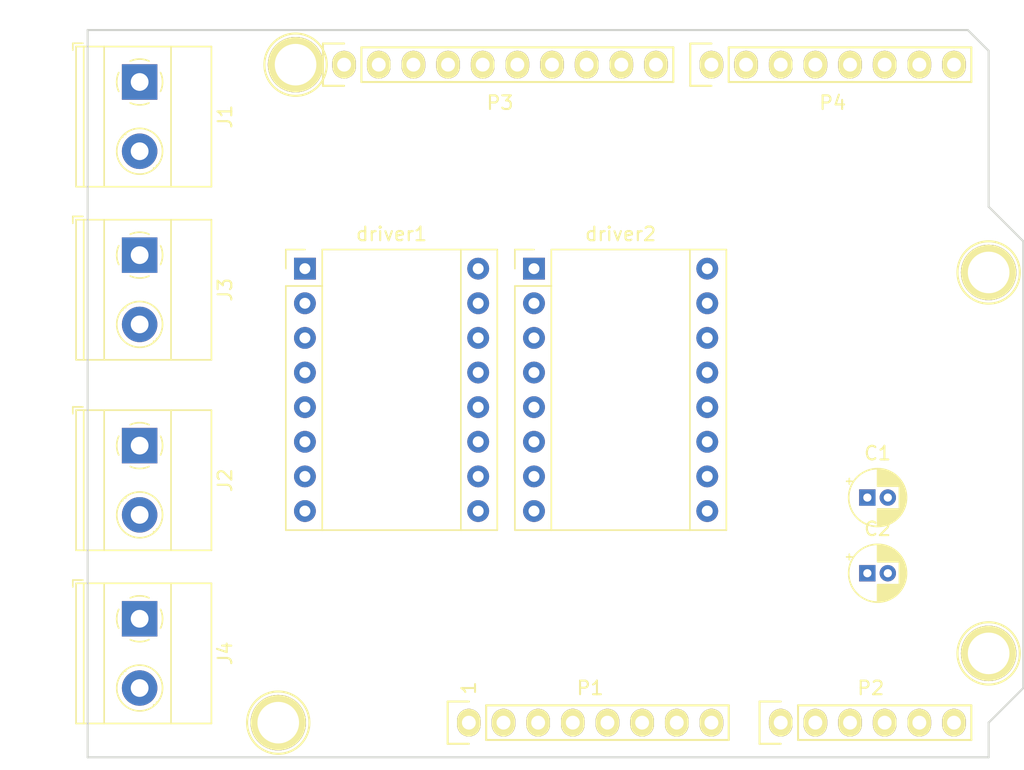
<source format=kicad_pcb>
(kicad_pcb (version 20171130) (host pcbnew "(5.1.8)-1")

  (general
    (thickness 1.6)
    (drawings 27)
    (tracks 0)
    (zones 0)
    (modules 16)
    (nets 51)
  )

  (page A4)
  (title_block
    (date "lun. 30 mars 2015")
  )

  (layers
    (0 F.Cu signal)
    (31 B.Cu signal)
    (32 B.Adhes user)
    (33 F.Adhes user)
    (34 B.Paste user)
    (35 F.Paste user)
    (36 B.SilkS user)
    (37 F.SilkS user)
    (38 B.Mask user)
    (39 F.Mask user)
    (40 Dwgs.User user)
    (41 Cmts.User user)
    (42 Eco1.User user)
    (43 Eco2.User user)
    (44 Edge.Cuts user)
    (45 Margin user)
    (46 B.CrtYd user)
    (47 F.CrtYd user)
    (48 B.Fab user)
    (49 F.Fab user)
  )

  (setup
    (last_trace_width 0.25)
    (trace_clearance 0.2)
    (zone_clearance 0.508)
    (zone_45_only no)
    (trace_min 0.2)
    (via_size 0.6)
    (via_drill 0.4)
    (via_min_size 0.4)
    (via_min_drill 0.3)
    (uvia_size 0.3)
    (uvia_drill 0.1)
    (uvias_allowed no)
    (uvia_min_size 0.2)
    (uvia_min_drill 0.1)
    (edge_width 0.15)
    (segment_width 0.15)
    (pcb_text_width 0.3)
    (pcb_text_size 1.5 1.5)
    (mod_edge_width 0.15)
    (mod_text_size 1 1)
    (mod_text_width 0.15)
    (pad_size 4.064 4.064)
    (pad_drill 3.048)
    (pad_to_mask_clearance 0)
    (aux_axis_origin 110.998 126.365)
    (grid_origin 110.998 126.365)
    (visible_elements 7FFFFFFF)
    (pcbplotparams
      (layerselection 0x00030_80000001)
      (usegerberextensions false)
      (usegerberattributes true)
      (usegerberadvancedattributes true)
      (creategerberjobfile true)
      (excludeedgelayer true)
      (linewidth 0.100000)
      (plotframeref false)
      (viasonmask false)
      (mode 1)
      (useauxorigin false)
      (hpglpennumber 1)
      (hpglpenspeed 20)
      (hpglpendiameter 15.000000)
      (psnegative false)
      (psa4output false)
      (plotreference true)
      (plotvalue true)
      (plotinvisibletext false)
      (padsonsilk false)
      (subtractmaskfromsilk false)
      (outputformat 1)
      (mirror false)
      (drillshape 1)
      (scaleselection 1)
      (outputdirectory ""))
  )

  (net 0 "")
  (net 1 /IOREF)
  (net 2 /Reset)
  (net 3 +5V)
  (net 4 GND)
  (net 5 /Vin)
  (net 6 /A0)
  (net 7 /A1)
  (net 8 /A2)
  (net 9 /A3)
  (net 10 /AREF)
  (net 11 "/A4(SDA)")
  (net 12 "/A5(SCL)")
  (net 13 "/9(**)")
  (net 14 /8)
  (net 15 /7)
  (net 16 "/6(**)")
  (net 17 "/5(**)")
  (net 18 /4)
  (net 19 "/3(**)")
  (net 20 /2)
  (net 21 "/1(Tx)")
  (net 22 "/0(Rx)")
  (net 23 "Net-(P5-Pad1)")
  (net 24 "Net-(P6-Pad1)")
  (net 25 "Net-(P7-Pad1)")
  (net 26 "Net-(P8-Pad1)")
  (net 27 "/13(SCK)")
  (net 28 "/10(**/SS)")
  (net 29 "Net-(P1-Pad1)")
  (net 30 +3V3)
  (net 31 "/12(MISO)")
  (net 32 "/11(**/MOSI)")
  (net 33 "Net-(driver1-Pad12)")
  (net 34 "Net-(J2-Pad1)")
  (net 35 "Net-(driver1-Pad11)")
  (net 36 "Net-(J2-Pad2)")
  (net 37 "Net-(driver1-Pad10)")
  (net 38 "Net-(driver1-Pad2)")
  (net 39 "Net-(driver1-Pad9)")
  (net 40 "Net-(driver2-Pad12)")
  (net 41 "Net-(J1-Pad1)")
  (net 42 "Net-(driver2-Pad11)")
  (net 43 "Net-(J1-Pad2)")
  (net 44 "Net-(driver2-Pad10)")
  (net 45 "Net-(driver2-Pad2)")
  (net 46 "Net-(driver2-Pad9)")
  (net 47 "Net-(J3-Pad2)")
  (net 48 "Net-(J3-Pad1)")
  (net 49 "Net-(J4-Pad1)")
  (net 50 "Net-(J4-Pad2)")

  (net_class Default "This is the default net class."
    (clearance 0.2)
    (trace_width 0.25)
    (via_dia 0.6)
    (via_drill 0.4)
    (uvia_dia 0.3)
    (uvia_drill 0.1)
    (add_net +3V3)
    (add_net +5V)
    (add_net "/0(Rx)")
    (add_net "/1(Tx)")
    (add_net "/10(**/SS)")
    (add_net "/11(**/MOSI)")
    (add_net "/12(MISO)")
    (add_net "/13(SCK)")
    (add_net /2)
    (add_net "/3(**)")
    (add_net /4)
    (add_net "/5(**)")
    (add_net "/6(**)")
    (add_net /7)
    (add_net /8)
    (add_net "/9(**)")
    (add_net /A0)
    (add_net /A1)
    (add_net /A2)
    (add_net /A3)
    (add_net "/A4(SDA)")
    (add_net "/A5(SCL)")
    (add_net /AREF)
    (add_net /IOREF)
    (add_net /Reset)
    (add_net /Vin)
    (add_net GND)
    (add_net "Net-(J1-Pad1)")
    (add_net "Net-(J1-Pad2)")
    (add_net "Net-(J2-Pad1)")
    (add_net "Net-(J2-Pad2)")
    (add_net "Net-(J3-Pad1)")
    (add_net "Net-(J3-Pad2)")
    (add_net "Net-(J4-Pad1)")
    (add_net "Net-(J4-Pad2)")
    (add_net "Net-(P1-Pad1)")
    (add_net "Net-(P5-Pad1)")
    (add_net "Net-(P6-Pad1)")
    (add_net "Net-(P7-Pad1)")
    (add_net "Net-(P8-Pad1)")
    (add_net "Net-(driver1-Pad10)")
    (add_net "Net-(driver1-Pad11)")
    (add_net "Net-(driver1-Pad12)")
    (add_net "Net-(driver1-Pad2)")
    (add_net "Net-(driver1-Pad9)")
    (add_net "Net-(driver2-Pad10)")
    (add_net "Net-(driver2-Pad11)")
    (add_net "Net-(driver2-Pad12)")
    (add_net "Net-(driver2-Pad2)")
    (add_net "Net-(driver2-Pad9)")
  )

  (module TerminalBlock_Phoenix:TerminalBlock_Phoenix_MKDS-1,5-2-5.08_1x02_P5.08mm_Horizontal (layer F.Cu) (tedit 5B294EBC) (tstamp 5FB810BC)
    (at 114.808 116.205 270)
    (descr "Terminal Block Phoenix MKDS-1,5-2-5.08, 2 pins, pitch 5.08mm, size 10.2x9.8mm^2, drill diamater 1.3mm, pad diameter 2.6mm, see http://www.farnell.com/datasheets/100425.pdf, script-generated using https://github.com/pointhi/kicad-footprint-generator/scripts/TerminalBlock_Phoenix")
    (tags "THT Terminal Block Phoenix MKDS-1,5-2-5.08 pitch 5.08mm size 10.2x9.8mm^2 drill 1.3mm pad 2.6mm")
    (path /5FC3AA02)
    (fp_text reference J4 (at 2.54 -6.26 90) (layer F.SilkS)
      (effects (font (size 1 1) (thickness 0.15)))
    )
    (fp_text value Screw_Terminal_01x02 (at 2.54 5.66 90) (layer F.Fab)
      (effects (font (size 1 1) (thickness 0.15)))
    )
    (fp_line (start 8.13 -5.71) (end -3.04 -5.71) (layer F.CrtYd) (width 0.05))
    (fp_line (start 8.13 5.1) (end 8.13 -5.71) (layer F.CrtYd) (width 0.05))
    (fp_line (start -3.04 5.1) (end 8.13 5.1) (layer F.CrtYd) (width 0.05))
    (fp_line (start -3.04 -5.71) (end -3.04 5.1) (layer F.CrtYd) (width 0.05))
    (fp_line (start -2.84 4.9) (end -2.34 4.9) (layer F.SilkS) (width 0.12))
    (fp_line (start -2.84 4.16) (end -2.84 4.9) (layer F.SilkS) (width 0.12))
    (fp_line (start 3.853 1.023) (end 3.806 1.069) (layer F.SilkS) (width 0.12))
    (fp_line (start 6.15 -1.275) (end 6.115 -1.239) (layer F.SilkS) (width 0.12))
    (fp_line (start 4.046 1.239) (end 4.011 1.274) (layer F.SilkS) (width 0.12))
    (fp_line (start 6.355 -1.069) (end 6.308 -1.023) (layer F.SilkS) (width 0.12))
    (fp_line (start 6.035 -1.138) (end 3.943 0.955) (layer F.Fab) (width 0.1))
    (fp_line (start 6.218 -0.955) (end 4.126 1.138) (layer F.Fab) (width 0.1))
    (fp_line (start 0.955 -1.138) (end -1.138 0.955) (layer F.Fab) (width 0.1))
    (fp_line (start 1.138 -0.955) (end -0.955 1.138) (layer F.Fab) (width 0.1))
    (fp_line (start 7.68 -5.261) (end 7.68 4.66) (layer F.SilkS) (width 0.12))
    (fp_line (start -2.6 -5.261) (end -2.6 4.66) (layer F.SilkS) (width 0.12))
    (fp_line (start -2.6 4.66) (end 7.68 4.66) (layer F.SilkS) (width 0.12))
    (fp_line (start -2.6 -5.261) (end 7.68 -5.261) (layer F.SilkS) (width 0.12))
    (fp_line (start -2.6 -2.301) (end 7.68 -2.301) (layer F.SilkS) (width 0.12))
    (fp_line (start -2.54 -2.3) (end 7.62 -2.3) (layer F.Fab) (width 0.1))
    (fp_line (start -2.6 2.6) (end 7.68 2.6) (layer F.SilkS) (width 0.12))
    (fp_line (start -2.54 2.6) (end 7.62 2.6) (layer F.Fab) (width 0.1))
    (fp_line (start -2.6 4.1) (end 7.68 4.1) (layer F.SilkS) (width 0.12))
    (fp_line (start -2.54 4.1) (end 7.62 4.1) (layer F.Fab) (width 0.1))
    (fp_line (start -2.54 4.1) (end -2.54 -5.2) (layer F.Fab) (width 0.1))
    (fp_line (start -2.04 4.6) (end -2.54 4.1) (layer F.Fab) (width 0.1))
    (fp_line (start 7.62 4.6) (end -2.04 4.6) (layer F.Fab) (width 0.1))
    (fp_line (start 7.62 -5.2) (end 7.62 4.6) (layer F.Fab) (width 0.1))
    (fp_line (start -2.54 -5.2) (end 7.62 -5.2) (layer F.Fab) (width 0.1))
    (fp_circle (center 5.08 0) (end 6.76 0) (layer F.SilkS) (width 0.12))
    (fp_circle (center 5.08 0) (end 6.58 0) (layer F.Fab) (width 0.1))
    (fp_circle (center 0 0) (end 1.5 0) (layer F.Fab) (width 0.1))
    (fp_text user %R (at 2.54 3.2 90) (layer F.Fab)
      (effects (font (size 1 1) (thickness 0.15)))
    )
    (fp_arc (start 0 0) (end -0.684 1.535) (angle -25) (layer F.SilkS) (width 0.12))
    (fp_arc (start 0 0) (end -1.535 -0.684) (angle -48) (layer F.SilkS) (width 0.12))
    (fp_arc (start 0 0) (end 0.684 -1.535) (angle -48) (layer F.SilkS) (width 0.12))
    (fp_arc (start 0 0) (end 1.535 0.684) (angle -48) (layer F.SilkS) (width 0.12))
    (fp_arc (start 0 0) (end 0 1.68) (angle -24) (layer F.SilkS) (width 0.12))
    (pad 2 thru_hole circle (at 5.08 0 270) (size 2.6 2.6) (drill 1.3) (layers *.Cu *.Mask)
      (net 50 "Net-(J4-Pad2)"))
    (pad 1 thru_hole rect (at 0 0 270) (size 2.6 2.6) (drill 1.3) (layers *.Cu *.Mask)
      (net 49 "Net-(J4-Pad1)"))
    (model ${KISYS3DMOD}/TerminalBlock_Phoenix.3dshapes/TerminalBlock_Phoenix_MKDS-1,5-2-5.08_1x02_P5.08mm_Horizontal.wrl
      (at (xyz 0 0 0))
      (scale (xyz 1 1 1))
      (rotate (xyz 0 0 0))
    )
  )

  (module TerminalBlock_Phoenix:TerminalBlock_Phoenix_MKDS-1,5-2-5.08_1x02_P5.08mm_Horizontal (layer F.Cu) (tedit 5B294EBC) (tstamp 5FB81090)
    (at 114.808 89.535 270)
    (descr "Terminal Block Phoenix MKDS-1,5-2-5.08, 2 pins, pitch 5.08mm, size 10.2x9.8mm^2, drill diamater 1.3mm, pad diameter 2.6mm, see http://www.farnell.com/datasheets/100425.pdf, script-generated using https://github.com/pointhi/kicad-footprint-generator/scripts/TerminalBlock_Phoenix")
    (tags "THT Terminal Block Phoenix MKDS-1,5-2-5.08 pitch 5.08mm size 10.2x9.8mm^2 drill 1.3mm pad 2.6mm")
    (path /5FC00373)
    (fp_text reference J3 (at 2.54 -6.26 90) (layer F.SilkS)
      (effects (font (size 1 1) (thickness 0.15)))
    )
    (fp_text value Screw_Terminal_01x02 (at 2.54 5.66 90) (layer F.Fab)
      (effects (font (size 1 1) (thickness 0.15)))
    )
    (fp_line (start 8.13 -5.71) (end -3.04 -5.71) (layer F.CrtYd) (width 0.05))
    (fp_line (start 8.13 5.1) (end 8.13 -5.71) (layer F.CrtYd) (width 0.05))
    (fp_line (start -3.04 5.1) (end 8.13 5.1) (layer F.CrtYd) (width 0.05))
    (fp_line (start -3.04 -5.71) (end -3.04 5.1) (layer F.CrtYd) (width 0.05))
    (fp_line (start -2.84 4.9) (end -2.34 4.9) (layer F.SilkS) (width 0.12))
    (fp_line (start -2.84 4.16) (end -2.84 4.9) (layer F.SilkS) (width 0.12))
    (fp_line (start 3.853 1.023) (end 3.806 1.069) (layer F.SilkS) (width 0.12))
    (fp_line (start 6.15 -1.275) (end 6.115 -1.239) (layer F.SilkS) (width 0.12))
    (fp_line (start 4.046 1.239) (end 4.011 1.274) (layer F.SilkS) (width 0.12))
    (fp_line (start 6.355 -1.069) (end 6.308 -1.023) (layer F.SilkS) (width 0.12))
    (fp_line (start 6.035 -1.138) (end 3.943 0.955) (layer F.Fab) (width 0.1))
    (fp_line (start 6.218 -0.955) (end 4.126 1.138) (layer F.Fab) (width 0.1))
    (fp_line (start 0.955 -1.138) (end -1.138 0.955) (layer F.Fab) (width 0.1))
    (fp_line (start 1.138 -0.955) (end -0.955 1.138) (layer F.Fab) (width 0.1))
    (fp_line (start 7.68 -5.261) (end 7.68 4.66) (layer F.SilkS) (width 0.12))
    (fp_line (start -2.6 -5.261) (end -2.6 4.66) (layer F.SilkS) (width 0.12))
    (fp_line (start -2.6 4.66) (end 7.68 4.66) (layer F.SilkS) (width 0.12))
    (fp_line (start -2.6 -5.261) (end 7.68 -5.261) (layer F.SilkS) (width 0.12))
    (fp_line (start -2.6 -2.301) (end 7.68 -2.301) (layer F.SilkS) (width 0.12))
    (fp_line (start -2.54 -2.3) (end 7.62 -2.3) (layer F.Fab) (width 0.1))
    (fp_line (start -2.6 2.6) (end 7.68 2.6) (layer F.SilkS) (width 0.12))
    (fp_line (start -2.54 2.6) (end 7.62 2.6) (layer F.Fab) (width 0.1))
    (fp_line (start -2.6 4.1) (end 7.68 4.1) (layer F.SilkS) (width 0.12))
    (fp_line (start -2.54 4.1) (end 7.62 4.1) (layer F.Fab) (width 0.1))
    (fp_line (start -2.54 4.1) (end -2.54 -5.2) (layer F.Fab) (width 0.1))
    (fp_line (start -2.04 4.6) (end -2.54 4.1) (layer F.Fab) (width 0.1))
    (fp_line (start 7.62 4.6) (end -2.04 4.6) (layer F.Fab) (width 0.1))
    (fp_line (start 7.62 -5.2) (end 7.62 4.6) (layer F.Fab) (width 0.1))
    (fp_line (start -2.54 -5.2) (end 7.62 -5.2) (layer F.Fab) (width 0.1))
    (fp_circle (center 5.08 0) (end 6.76 0) (layer F.SilkS) (width 0.12))
    (fp_circle (center 5.08 0) (end 6.58 0) (layer F.Fab) (width 0.1))
    (fp_circle (center 0 0) (end 1.5 0) (layer F.Fab) (width 0.1))
    (fp_text user %R (at 2.54 3.2 90) (layer F.Fab)
      (effects (font (size 1 1) (thickness 0.15)))
    )
    (fp_arc (start 0 0) (end -0.684 1.535) (angle -25) (layer F.SilkS) (width 0.12))
    (fp_arc (start 0 0) (end -1.535 -0.684) (angle -48) (layer F.SilkS) (width 0.12))
    (fp_arc (start 0 0) (end 0.684 -1.535) (angle -48) (layer F.SilkS) (width 0.12))
    (fp_arc (start 0 0) (end 1.535 0.684) (angle -48) (layer F.SilkS) (width 0.12))
    (fp_arc (start 0 0) (end 0 1.68) (angle -24) (layer F.SilkS) (width 0.12))
    (pad 2 thru_hole circle (at 5.08 0 270) (size 2.6 2.6) (drill 1.3) (layers *.Cu *.Mask)
      (net 47 "Net-(J3-Pad2)"))
    (pad 1 thru_hole rect (at 0 0 270) (size 2.6 2.6) (drill 1.3) (layers *.Cu *.Mask)
      (net 48 "Net-(J3-Pad1)"))
    (model ${KISYS3DMOD}/TerminalBlock_Phoenix.3dshapes/TerminalBlock_Phoenix_MKDS-1,5-2-5.08_1x02_P5.08mm_Horizontal.wrl
      (at (xyz 0 0 0))
      (scale (xyz 1 1 1))
      (rotate (xyz 0 0 0))
    )
  )

  (module TerminalBlock_Phoenix:TerminalBlock_Phoenix_MKDS-1,5-2-5.08_1x02_P5.08mm_Horizontal (layer F.Cu) (tedit 5B294EBC) (tstamp 5FB81064)
    (at 114.808 103.505 270)
    (descr "Terminal Block Phoenix MKDS-1,5-2-5.08, 2 pins, pitch 5.08mm, size 10.2x9.8mm^2, drill diamater 1.3mm, pad diameter 2.6mm, see http://www.farnell.com/datasheets/100425.pdf, script-generated using https://github.com/pointhi/kicad-footprint-generator/scripts/TerminalBlock_Phoenix")
    (tags "THT Terminal Block Phoenix MKDS-1,5-2-5.08 pitch 5.08mm size 10.2x9.8mm^2 drill 1.3mm pad 2.6mm")
    (path /5FC3A9FC)
    (fp_text reference J2 (at 2.54 -6.26 90) (layer F.SilkS)
      (effects (font (size 1 1) (thickness 0.15)))
    )
    (fp_text value Screw_Terminal_01x02 (at 2.54 5.66 90) (layer F.Fab)
      (effects (font (size 1 1) (thickness 0.15)))
    )
    (fp_line (start 8.13 -5.71) (end -3.04 -5.71) (layer F.CrtYd) (width 0.05))
    (fp_line (start 8.13 5.1) (end 8.13 -5.71) (layer F.CrtYd) (width 0.05))
    (fp_line (start -3.04 5.1) (end 8.13 5.1) (layer F.CrtYd) (width 0.05))
    (fp_line (start -3.04 -5.71) (end -3.04 5.1) (layer F.CrtYd) (width 0.05))
    (fp_line (start -2.84 4.9) (end -2.34 4.9) (layer F.SilkS) (width 0.12))
    (fp_line (start -2.84 4.16) (end -2.84 4.9) (layer F.SilkS) (width 0.12))
    (fp_line (start 3.853 1.023) (end 3.806 1.069) (layer F.SilkS) (width 0.12))
    (fp_line (start 6.15 -1.275) (end 6.115 -1.239) (layer F.SilkS) (width 0.12))
    (fp_line (start 4.046 1.239) (end 4.011 1.274) (layer F.SilkS) (width 0.12))
    (fp_line (start 6.355 -1.069) (end 6.308 -1.023) (layer F.SilkS) (width 0.12))
    (fp_line (start 6.035 -1.138) (end 3.943 0.955) (layer F.Fab) (width 0.1))
    (fp_line (start 6.218 -0.955) (end 4.126 1.138) (layer F.Fab) (width 0.1))
    (fp_line (start 0.955 -1.138) (end -1.138 0.955) (layer F.Fab) (width 0.1))
    (fp_line (start 1.138 -0.955) (end -0.955 1.138) (layer F.Fab) (width 0.1))
    (fp_line (start 7.68 -5.261) (end 7.68 4.66) (layer F.SilkS) (width 0.12))
    (fp_line (start -2.6 -5.261) (end -2.6 4.66) (layer F.SilkS) (width 0.12))
    (fp_line (start -2.6 4.66) (end 7.68 4.66) (layer F.SilkS) (width 0.12))
    (fp_line (start -2.6 -5.261) (end 7.68 -5.261) (layer F.SilkS) (width 0.12))
    (fp_line (start -2.6 -2.301) (end 7.68 -2.301) (layer F.SilkS) (width 0.12))
    (fp_line (start -2.54 -2.3) (end 7.62 -2.3) (layer F.Fab) (width 0.1))
    (fp_line (start -2.6 2.6) (end 7.68 2.6) (layer F.SilkS) (width 0.12))
    (fp_line (start -2.54 2.6) (end 7.62 2.6) (layer F.Fab) (width 0.1))
    (fp_line (start -2.6 4.1) (end 7.68 4.1) (layer F.SilkS) (width 0.12))
    (fp_line (start -2.54 4.1) (end 7.62 4.1) (layer F.Fab) (width 0.1))
    (fp_line (start -2.54 4.1) (end -2.54 -5.2) (layer F.Fab) (width 0.1))
    (fp_line (start -2.04 4.6) (end -2.54 4.1) (layer F.Fab) (width 0.1))
    (fp_line (start 7.62 4.6) (end -2.04 4.6) (layer F.Fab) (width 0.1))
    (fp_line (start 7.62 -5.2) (end 7.62 4.6) (layer F.Fab) (width 0.1))
    (fp_line (start -2.54 -5.2) (end 7.62 -5.2) (layer F.Fab) (width 0.1))
    (fp_circle (center 5.08 0) (end 6.76 0) (layer F.SilkS) (width 0.12))
    (fp_circle (center 5.08 0) (end 6.58 0) (layer F.Fab) (width 0.1))
    (fp_circle (center 0 0) (end 1.5 0) (layer F.Fab) (width 0.1))
    (fp_text user %R (at 2.54 3.2 90) (layer F.Fab)
      (effects (font (size 1 1) (thickness 0.15)))
    )
    (fp_arc (start 0 0) (end -0.684 1.535) (angle -25) (layer F.SilkS) (width 0.12))
    (fp_arc (start 0 0) (end -1.535 -0.684) (angle -48) (layer F.SilkS) (width 0.12))
    (fp_arc (start 0 0) (end 0.684 -1.535) (angle -48) (layer F.SilkS) (width 0.12))
    (fp_arc (start 0 0) (end 1.535 0.684) (angle -48) (layer F.SilkS) (width 0.12))
    (fp_arc (start 0 0) (end 0 1.68) (angle -24) (layer F.SilkS) (width 0.12))
    (pad 2 thru_hole circle (at 5.08 0 270) (size 2.6 2.6) (drill 1.3) (layers *.Cu *.Mask)
      (net 36 "Net-(J2-Pad2)"))
    (pad 1 thru_hole rect (at 0 0 270) (size 2.6 2.6) (drill 1.3) (layers *.Cu *.Mask)
      (net 34 "Net-(J2-Pad1)"))
    (model ${KISYS3DMOD}/TerminalBlock_Phoenix.3dshapes/TerminalBlock_Phoenix_MKDS-1,5-2-5.08_1x02_P5.08mm_Horizontal.wrl
      (at (xyz 0 0 0))
      (scale (xyz 1 1 1))
      (rotate (xyz 0 0 0))
    )
  )

  (module TerminalBlock_Phoenix:TerminalBlock_Phoenix_MKDS-1,5-2-5.08_1x02_P5.08mm_Horizontal (layer F.Cu) (tedit 5B294EBC) (tstamp 5FB81038)
    (at 114.808 76.835 270)
    (descr "Terminal Block Phoenix MKDS-1,5-2-5.08, 2 pins, pitch 5.08mm, size 10.2x9.8mm^2, drill diamater 1.3mm, pad diameter 2.6mm, see http://www.farnell.com/datasheets/100425.pdf, script-generated using https://github.com/pointhi/kicad-footprint-generator/scripts/TerminalBlock_Phoenix")
    (tags "THT Terminal Block Phoenix MKDS-1,5-2-5.08 pitch 5.08mm size 10.2x9.8mm^2 drill 1.3mm pad 2.6mm")
    (path /5FC3734A)
    (fp_text reference J1 (at 2.54 -6.26 90) (layer F.SilkS)
      (effects (font (size 1 1) (thickness 0.15)))
    )
    (fp_text value Screw_Terminal_01x02 (at 2.54 5.66 90) (layer F.Fab)
      (effects (font (size 1 1) (thickness 0.15)))
    )
    (fp_line (start 8.13 -5.71) (end -3.04 -5.71) (layer F.CrtYd) (width 0.05))
    (fp_line (start 8.13 5.1) (end 8.13 -5.71) (layer F.CrtYd) (width 0.05))
    (fp_line (start -3.04 5.1) (end 8.13 5.1) (layer F.CrtYd) (width 0.05))
    (fp_line (start -3.04 -5.71) (end -3.04 5.1) (layer F.CrtYd) (width 0.05))
    (fp_line (start -2.84 4.9) (end -2.34 4.9) (layer F.SilkS) (width 0.12))
    (fp_line (start -2.84 4.16) (end -2.84 4.9) (layer F.SilkS) (width 0.12))
    (fp_line (start 3.853 1.023) (end 3.806 1.069) (layer F.SilkS) (width 0.12))
    (fp_line (start 6.15 -1.275) (end 6.115 -1.239) (layer F.SilkS) (width 0.12))
    (fp_line (start 4.046 1.239) (end 4.011 1.274) (layer F.SilkS) (width 0.12))
    (fp_line (start 6.355 -1.069) (end 6.308 -1.023) (layer F.SilkS) (width 0.12))
    (fp_line (start 6.035 -1.138) (end 3.943 0.955) (layer F.Fab) (width 0.1))
    (fp_line (start 6.218 -0.955) (end 4.126 1.138) (layer F.Fab) (width 0.1))
    (fp_line (start 0.955 -1.138) (end -1.138 0.955) (layer F.Fab) (width 0.1))
    (fp_line (start 1.138 -0.955) (end -0.955 1.138) (layer F.Fab) (width 0.1))
    (fp_line (start 7.68 -5.261) (end 7.68 4.66) (layer F.SilkS) (width 0.12))
    (fp_line (start -2.6 -5.261) (end -2.6 4.66) (layer F.SilkS) (width 0.12))
    (fp_line (start -2.6 4.66) (end 7.68 4.66) (layer F.SilkS) (width 0.12))
    (fp_line (start -2.6 -5.261) (end 7.68 -5.261) (layer F.SilkS) (width 0.12))
    (fp_line (start -2.6 -2.301) (end 7.68 -2.301) (layer F.SilkS) (width 0.12))
    (fp_line (start -2.54 -2.3) (end 7.62 -2.3) (layer F.Fab) (width 0.1))
    (fp_line (start -2.6 2.6) (end 7.68 2.6) (layer F.SilkS) (width 0.12))
    (fp_line (start -2.54 2.6) (end 7.62 2.6) (layer F.Fab) (width 0.1))
    (fp_line (start -2.6 4.1) (end 7.68 4.1) (layer F.SilkS) (width 0.12))
    (fp_line (start -2.54 4.1) (end 7.62 4.1) (layer F.Fab) (width 0.1))
    (fp_line (start -2.54 4.1) (end -2.54 -5.2) (layer F.Fab) (width 0.1))
    (fp_line (start -2.04 4.6) (end -2.54 4.1) (layer F.Fab) (width 0.1))
    (fp_line (start 7.62 4.6) (end -2.04 4.6) (layer F.Fab) (width 0.1))
    (fp_line (start 7.62 -5.2) (end 7.62 4.6) (layer F.Fab) (width 0.1))
    (fp_line (start -2.54 -5.2) (end 7.62 -5.2) (layer F.Fab) (width 0.1))
    (fp_circle (center 5.08 0) (end 6.76 0) (layer F.SilkS) (width 0.12))
    (fp_circle (center 5.08 0) (end 6.58 0) (layer F.Fab) (width 0.1))
    (fp_circle (center 0 0) (end 1.5 0) (layer F.Fab) (width 0.1))
    (fp_text user %R (at 2.54 3.2 90) (layer F.Fab)
      (effects (font (size 1 1) (thickness 0.15)))
    )
    (fp_arc (start 0 0) (end -0.684 1.535) (angle -25) (layer F.SilkS) (width 0.12))
    (fp_arc (start 0 0) (end -1.535 -0.684) (angle -48) (layer F.SilkS) (width 0.12))
    (fp_arc (start 0 0) (end 0.684 -1.535) (angle -48) (layer F.SilkS) (width 0.12))
    (fp_arc (start 0 0) (end 1.535 0.684) (angle -48) (layer F.SilkS) (width 0.12))
    (fp_arc (start 0 0) (end 0 1.68) (angle -24) (layer F.SilkS) (width 0.12))
    (pad 2 thru_hole circle (at 5.08 0 270) (size 2.6 2.6) (drill 1.3) (layers *.Cu *.Mask)
      (net 43 "Net-(J1-Pad2)"))
    (pad 1 thru_hole rect (at 0 0 270) (size 2.6 2.6) (drill 1.3) (layers *.Cu *.Mask)
      (net 41 "Net-(J1-Pad1)"))
    (model ${KISYS3DMOD}/TerminalBlock_Phoenix.3dshapes/TerminalBlock_Phoenix_MKDS-1,5-2-5.08_1x02_P5.08mm_Horizontal.wrl
      (at (xyz 0 0 0))
      (scale (xyz 1 1 1))
      (rotate (xyz 0 0 0))
    )
  )

  (module Module:Pololu_Breakout-16_15.2x20.3mm (layer F.Cu) (tedit 58AB602C) (tstamp 5FB796F9)
    (at 143.713199 90.525)
    (descr "Pololu Breakout 16-pin 15.2x20.3mm 0.6x0.8\\")
    (tags "Pololu Breakout")
    (path /5FB6CB57)
    (fp_text reference driver2 (at 6.35 -2.54) (layer F.SilkS)
      (effects (font (size 1 1) (thickness 0.15)))
    )
    (fp_text value Pololu_Breakout_DRV8825 (at 6.35 20.17) (layer F.Fab)
      (effects (font (size 1 1) (thickness 0.15)))
    )
    (fp_line (start 11.43 -1.4) (end 11.43 19.18) (layer F.SilkS) (width 0.12))
    (fp_line (start 1.27 1.27) (end 1.27 19.18) (layer F.SilkS) (width 0.12))
    (fp_line (start 0 -1.4) (end -1.4 -1.4) (layer F.SilkS) (width 0.12))
    (fp_line (start -1.4 -1.4) (end -1.4 0) (layer F.SilkS) (width 0.12))
    (fp_line (start 1.27 -1.4) (end 1.27 1.27) (layer F.SilkS) (width 0.12))
    (fp_line (start 1.27 1.27) (end -1.4 1.27) (layer F.SilkS) (width 0.12))
    (fp_line (start -1.4 1.27) (end -1.4 19.18) (layer F.SilkS) (width 0.12))
    (fp_line (start -1.4 19.18) (end 14.1 19.18) (layer F.SilkS) (width 0.12))
    (fp_line (start 14.1 19.18) (end 14.1 -1.4) (layer F.SilkS) (width 0.12))
    (fp_line (start 14.1 -1.4) (end 1.27 -1.4) (layer F.SilkS) (width 0.12))
    (fp_line (start -1.27 0) (end 0 -1.27) (layer F.Fab) (width 0.1))
    (fp_line (start 0 -1.27) (end 13.97 -1.27) (layer F.Fab) (width 0.1))
    (fp_line (start 13.97 -1.27) (end 13.97 19.05) (layer F.Fab) (width 0.1))
    (fp_line (start 13.97 19.05) (end -1.27 19.05) (layer F.Fab) (width 0.1))
    (fp_line (start -1.27 19.05) (end -1.27 0) (layer F.Fab) (width 0.1))
    (fp_line (start -1.53 -1.52) (end 14.21 -1.52) (layer F.CrtYd) (width 0.05))
    (fp_line (start -1.53 -1.52) (end -1.53 19.3) (layer F.CrtYd) (width 0.05))
    (fp_line (start 14.21 19.3) (end 14.21 -1.52) (layer F.CrtYd) (width 0.05))
    (fp_line (start 14.21 19.3) (end -1.53 19.3) (layer F.CrtYd) (width 0.05))
    (fp_text user %R (at 6.35 0) (layer F.Fab)
      (effects (font (size 1 1) (thickness 0.15)))
    )
    (pad 16 thru_hole oval (at 12.7 0) (size 1.6 1.6) (drill 0.8) (layers *.Cu *.Mask)
      (net 21 "/1(Tx)"))
    (pad 8 thru_hole oval (at 0 17.78) (size 1.6 1.6) (drill 0.8) (layers *.Cu *.Mask)
      (net 5 /Vin))
    (pad 15 thru_hole oval (at 12.7 2.54) (size 1.6 1.6) (drill 0.8) (layers *.Cu *.Mask)
      (net 22 "/0(Rx)"))
    (pad 7 thru_hole oval (at 0 15.24) (size 1.6 1.6) (drill 0.8) (layers *.Cu *.Mask)
      (net 4 GND))
    (pad 14 thru_hole oval (at 12.7 5.08) (size 1.6 1.6) (drill 0.8) (layers *.Cu *.Mask)
      (net 3 +5V))
    (pad 6 thru_hole oval (at 0 12.7) (size 1.6 1.6) (drill 0.8) (layers *.Cu *.Mask)
      (net 36 "Net-(J2-Pad2)"))
    (pad 13 thru_hole oval (at 12.7 7.62) (size 1.6 1.6) (drill 0.8) (layers *.Cu *.Mask)
      (net 3 +5V))
    (pad 5 thru_hole oval (at 0 10.16) (size 1.6 1.6) (drill 0.8) (layers *.Cu *.Mask)
      (net 34 "Net-(J2-Pad1)"))
    (pad 12 thru_hole oval (at 12.7 10.16) (size 1.6 1.6) (drill 0.8) (layers *.Cu *.Mask)
      (net 40 "Net-(driver2-Pad12)"))
    (pad 4 thru_hole oval (at 0 7.62) (size 1.6 1.6) (drill 0.8) (layers *.Cu *.Mask)
      (net 49 "Net-(J4-Pad1)"))
    (pad 11 thru_hole oval (at 12.7 12.7) (size 1.6 1.6) (drill 0.8) (layers *.Cu *.Mask)
      (net 42 "Net-(driver2-Pad11)"))
    (pad 3 thru_hole oval (at 0 5.08) (size 1.6 1.6) (drill 0.8) (layers *.Cu *.Mask)
      (net 50 "Net-(J4-Pad2)"))
    (pad 10 thru_hole oval (at 12.7 15.24) (size 1.6 1.6) (drill 0.8) (layers *.Cu *.Mask)
      (net 44 "Net-(driver2-Pad10)"))
    (pad 2 thru_hole oval (at 0 2.54) (size 1.6 1.6) (drill 0.8) (layers *.Cu *.Mask)
      (net 45 "Net-(driver2-Pad2)"))
    (pad 9 thru_hole oval (at 12.7 17.78) (size 1.6 1.6) (drill 0.8) (layers *.Cu *.Mask)
      (net 46 "Net-(driver2-Pad9)"))
    (pad 1 thru_hole rect (at 0 0) (size 1.6 1.6) (drill 0.8) (layers *.Cu *.Mask)
      (net 4 GND))
    (model ${KISYS3DMOD}/Module.3dshapes/Pololu_Breakout-16_15.2x20.3mm.wrl
      (at (xyz 0 0 0))
      (scale (xyz 1 1 1))
      (rotate (xyz 0 0 0))
    )
  )

  (module Module:Pololu_Breakout-16_15.2x20.3mm (layer F.Cu) (tedit 58AB602C) (tstamp 5FB796D1)
    (at 126.923199 90.525)
    (descr "Pololu Breakout 16-pin 15.2x20.3mm 0.6x0.8\\")
    (tags "Pololu Breakout")
    (path /5FBF13F2)
    (fp_text reference driver1 (at 6.35 -2.54) (layer F.SilkS)
      (effects (font (size 1 1) (thickness 0.15)))
    )
    (fp_text value Pololu_Breakout_DRV8825 (at 6.35 20.17) (layer F.Fab)
      (effects (font (size 1 1) (thickness 0.15)))
    )
    (fp_line (start 11.43 -1.4) (end 11.43 19.18) (layer F.SilkS) (width 0.12))
    (fp_line (start 1.27 1.27) (end 1.27 19.18) (layer F.SilkS) (width 0.12))
    (fp_line (start 0 -1.4) (end -1.4 -1.4) (layer F.SilkS) (width 0.12))
    (fp_line (start -1.4 -1.4) (end -1.4 0) (layer F.SilkS) (width 0.12))
    (fp_line (start 1.27 -1.4) (end 1.27 1.27) (layer F.SilkS) (width 0.12))
    (fp_line (start 1.27 1.27) (end -1.4 1.27) (layer F.SilkS) (width 0.12))
    (fp_line (start -1.4 1.27) (end -1.4 19.18) (layer F.SilkS) (width 0.12))
    (fp_line (start -1.4 19.18) (end 14.1 19.18) (layer F.SilkS) (width 0.12))
    (fp_line (start 14.1 19.18) (end 14.1 -1.4) (layer F.SilkS) (width 0.12))
    (fp_line (start 14.1 -1.4) (end 1.27 -1.4) (layer F.SilkS) (width 0.12))
    (fp_line (start -1.27 0) (end 0 -1.27) (layer F.Fab) (width 0.1))
    (fp_line (start 0 -1.27) (end 13.97 -1.27) (layer F.Fab) (width 0.1))
    (fp_line (start 13.97 -1.27) (end 13.97 19.05) (layer F.Fab) (width 0.1))
    (fp_line (start 13.97 19.05) (end -1.27 19.05) (layer F.Fab) (width 0.1))
    (fp_line (start -1.27 19.05) (end -1.27 0) (layer F.Fab) (width 0.1))
    (fp_line (start -1.53 -1.52) (end 14.21 -1.52) (layer F.CrtYd) (width 0.05))
    (fp_line (start -1.53 -1.52) (end -1.53 19.3) (layer F.CrtYd) (width 0.05))
    (fp_line (start 14.21 19.3) (end 14.21 -1.52) (layer F.CrtYd) (width 0.05))
    (fp_line (start 14.21 19.3) (end -1.53 19.3) (layer F.CrtYd) (width 0.05))
    (fp_text user %R (at 6.35 0) (layer F.Fab)
      (effects (font (size 1 1) (thickness 0.15)))
    )
    (pad 16 thru_hole oval (at 12.7 0) (size 1.6 1.6) (drill 0.8) (layers *.Cu *.Mask)
      (net 19 "/3(**)"))
    (pad 8 thru_hole oval (at 0 17.78) (size 1.6 1.6) (drill 0.8) (layers *.Cu *.Mask)
      (net 5 /Vin))
    (pad 15 thru_hole oval (at 12.7 2.54) (size 1.6 1.6) (drill 0.8) (layers *.Cu *.Mask)
      (net 20 /2))
    (pad 7 thru_hole oval (at 0 15.24) (size 1.6 1.6) (drill 0.8) (layers *.Cu *.Mask)
      (net 4 GND))
    (pad 14 thru_hole oval (at 12.7 5.08) (size 1.6 1.6) (drill 0.8) (layers *.Cu *.Mask)
      (net 3 +5V))
    (pad 6 thru_hole oval (at 0 12.7) (size 1.6 1.6) (drill 0.8) (layers *.Cu *.Mask)
      (net 47 "Net-(J3-Pad2)"))
    (pad 13 thru_hole oval (at 12.7 7.62) (size 1.6 1.6) (drill 0.8) (layers *.Cu *.Mask)
      (net 3 +5V))
    (pad 5 thru_hole oval (at 0 10.16) (size 1.6 1.6) (drill 0.8) (layers *.Cu *.Mask)
      (net 48 "Net-(J3-Pad1)"))
    (pad 12 thru_hole oval (at 12.7 10.16) (size 1.6 1.6) (drill 0.8) (layers *.Cu *.Mask)
      (net 33 "Net-(driver1-Pad12)"))
    (pad 4 thru_hole oval (at 0 7.62) (size 1.6 1.6) (drill 0.8) (layers *.Cu *.Mask)
      (net 41 "Net-(J1-Pad1)"))
    (pad 11 thru_hole oval (at 12.7 12.7) (size 1.6 1.6) (drill 0.8) (layers *.Cu *.Mask)
      (net 35 "Net-(driver1-Pad11)"))
    (pad 3 thru_hole oval (at 0 5.08) (size 1.6 1.6) (drill 0.8) (layers *.Cu *.Mask)
      (net 43 "Net-(J1-Pad2)"))
    (pad 10 thru_hole oval (at 12.7 15.24) (size 1.6 1.6) (drill 0.8) (layers *.Cu *.Mask)
      (net 37 "Net-(driver1-Pad10)"))
    (pad 2 thru_hole oval (at 0 2.54) (size 1.6 1.6) (drill 0.8) (layers *.Cu *.Mask)
      (net 38 "Net-(driver1-Pad2)"))
    (pad 9 thru_hole oval (at 12.7 17.78) (size 1.6 1.6) (drill 0.8) (layers *.Cu *.Mask)
      (net 39 "Net-(driver1-Pad9)"))
    (pad 1 thru_hole rect (at 0 0) (size 1.6 1.6) (drill 0.8) (layers *.Cu *.Mask)
      (net 4 GND))
    (model ${KISYS3DMOD}/Module.3dshapes/Pololu_Breakout-16_15.2x20.3mm.wrl
      (at (xyz 0 0 0))
      (scale (xyz 1 1 1))
      (rotate (xyz 0 0 0))
    )
  )

  (module Capacitor_THT:CP_Radial_D4.0mm_P1.50mm (layer F.Cu) (tedit 5AE50EF0) (tstamp 5FB796A9)
    (at 168.148 112.865)
    (descr "CP, Radial series, Radial, pin pitch=1.50mm, , diameter=4mm, Electrolytic Capacitor")
    (tags "CP Radial series Radial pin pitch 1.50mm  diameter 4mm Electrolytic Capacitor")
    (path /5FB7992E)
    (fp_text reference C2 (at 0.75 -3.25) (layer F.SilkS)
      (effects (font (size 1 1) (thickness 0.15)))
    )
    (fp_text value CP (at 0.75 3.25) (layer F.Fab)
      (effects (font (size 1 1) (thickness 0.15)))
    )
    (fp_circle (center 0.75 0) (end 2.75 0) (layer F.Fab) (width 0.1))
    (fp_circle (center 0.75 0) (end 2.87 0) (layer F.SilkS) (width 0.12))
    (fp_circle (center 0.75 0) (end 3 0) (layer F.CrtYd) (width 0.05))
    (fp_line (start -0.952554 -0.8675) (end -0.552554 -0.8675) (layer F.Fab) (width 0.1))
    (fp_line (start -0.752554 -1.0675) (end -0.752554 -0.6675) (layer F.Fab) (width 0.1))
    (fp_line (start 0.75 0.84) (end 0.75 2.08) (layer F.SilkS) (width 0.12))
    (fp_line (start 0.75 -2.08) (end 0.75 -0.84) (layer F.SilkS) (width 0.12))
    (fp_line (start 0.79 0.84) (end 0.79 2.08) (layer F.SilkS) (width 0.12))
    (fp_line (start 0.79 -2.08) (end 0.79 -0.84) (layer F.SilkS) (width 0.12))
    (fp_line (start 0.83 0.84) (end 0.83 2.079) (layer F.SilkS) (width 0.12))
    (fp_line (start 0.83 -2.079) (end 0.83 -0.84) (layer F.SilkS) (width 0.12))
    (fp_line (start 0.87 -2.077) (end 0.87 -0.84) (layer F.SilkS) (width 0.12))
    (fp_line (start 0.87 0.84) (end 0.87 2.077) (layer F.SilkS) (width 0.12))
    (fp_line (start 0.91 -2.074) (end 0.91 -0.84) (layer F.SilkS) (width 0.12))
    (fp_line (start 0.91 0.84) (end 0.91 2.074) (layer F.SilkS) (width 0.12))
    (fp_line (start 0.95 -2.071) (end 0.95 -0.84) (layer F.SilkS) (width 0.12))
    (fp_line (start 0.95 0.84) (end 0.95 2.071) (layer F.SilkS) (width 0.12))
    (fp_line (start 0.99 -2.067) (end 0.99 -0.84) (layer F.SilkS) (width 0.12))
    (fp_line (start 0.99 0.84) (end 0.99 2.067) (layer F.SilkS) (width 0.12))
    (fp_line (start 1.03 -2.062) (end 1.03 -0.84) (layer F.SilkS) (width 0.12))
    (fp_line (start 1.03 0.84) (end 1.03 2.062) (layer F.SilkS) (width 0.12))
    (fp_line (start 1.07 -2.056) (end 1.07 -0.84) (layer F.SilkS) (width 0.12))
    (fp_line (start 1.07 0.84) (end 1.07 2.056) (layer F.SilkS) (width 0.12))
    (fp_line (start 1.11 -2.05) (end 1.11 -0.84) (layer F.SilkS) (width 0.12))
    (fp_line (start 1.11 0.84) (end 1.11 2.05) (layer F.SilkS) (width 0.12))
    (fp_line (start 1.15 -2.042) (end 1.15 -0.84) (layer F.SilkS) (width 0.12))
    (fp_line (start 1.15 0.84) (end 1.15 2.042) (layer F.SilkS) (width 0.12))
    (fp_line (start 1.19 -2.034) (end 1.19 -0.84) (layer F.SilkS) (width 0.12))
    (fp_line (start 1.19 0.84) (end 1.19 2.034) (layer F.SilkS) (width 0.12))
    (fp_line (start 1.23 -2.025) (end 1.23 -0.84) (layer F.SilkS) (width 0.12))
    (fp_line (start 1.23 0.84) (end 1.23 2.025) (layer F.SilkS) (width 0.12))
    (fp_line (start 1.27 -2.016) (end 1.27 -0.84) (layer F.SilkS) (width 0.12))
    (fp_line (start 1.27 0.84) (end 1.27 2.016) (layer F.SilkS) (width 0.12))
    (fp_line (start 1.31 -2.005) (end 1.31 -0.84) (layer F.SilkS) (width 0.12))
    (fp_line (start 1.31 0.84) (end 1.31 2.005) (layer F.SilkS) (width 0.12))
    (fp_line (start 1.35 -1.994) (end 1.35 -0.84) (layer F.SilkS) (width 0.12))
    (fp_line (start 1.35 0.84) (end 1.35 1.994) (layer F.SilkS) (width 0.12))
    (fp_line (start 1.39 -1.982) (end 1.39 -0.84) (layer F.SilkS) (width 0.12))
    (fp_line (start 1.39 0.84) (end 1.39 1.982) (layer F.SilkS) (width 0.12))
    (fp_line (start 1.43 -1.968) (end 1.43 -0.84) (layer F.SilkS) (width 0.12))
    (fp_line (start 1.43 0.84) (end 1.43 1.968) (layer F.SilkS) (width 0.12))
    (fp_line (start 1.471 -1.954) (end 1.471 -0.84) (layer F.SilkS) (width 0.12))
    (fp_line (start 1.471 0.84) (end 1.471 1.954) (layer F.SilkS) (width 0.12))
    (fp_line (start 1.511 -1.94) (end 1.511 -0.84) (layer F.SilkS) (width 0.12))
    (fp_line (start 1.511 0.84) (end 1.511 1.94) (layer F.SilkS) (width 0.12))
    (fp_line (start 1.551 -1.924) (end 1.551 -0.84) (layer F.SilkS) (width 0.12))
    (fp_line (start 1.551 0.84) (end 1.551 1.924) (layer F.SilkS) (width 0.12))
    (fp_line (start 1.591 -1.907) (end 1.591 -0.84) (layer F.SilkS) (width 0.12))
    (fp_line (start 1.591 0.84) (end 1.591 1.907) (layer F.SilkS) (width 0.12))
    (fp_line (start 1.631 -1.889) (end 1.631 -0.84) (layer F.SilkS) (width 0.12))
    (fp_line (start 1.631 0.84) (end 1.631 1.889) (layer F.SilkS) (width 0.12))
    (fp_line (start 1.671 -1.87) (end 1.671 -0.84) (layer F.SilkS) (width 0.12))
    (fp_line (start 1.671 0.84) (end 1.671 1.87) (layer F.SilkS) (width 0.12))
    (fp_line (start 1.711 -1.851) (end 1.711 -0.84) (layer F.SilkS) (width 0.12))
    (fp_line (start 1.711 0.84) (end 1.711 1.851) (layer F.SilkS) (width 0.12))
    (fp_line (start 1.751 -1.83) (end 1.751 -0.84) (layer F.SilkS) (width 0.12))
    (fp_line (start 1.751 0.84) (end 1.751 1.83) (layer F.SilkS) (width 0.12))
    (fp_line (start 1.791 -1.808) (end 1.791 -0.84) (layer F.SilkS) (width 0.12))
    (fp_line (start 1.791 0.84) (end 1.791 1.808) (layer F.SilkS) (width 0.12))
    (fp_line (start 1.831 -1.785) (end 1.831 -0.84) (layer F.SilkS) (width 0.12))
    (fp_line (start 1.831 0.84) (end 1.831 1.785) (layer F.SilkS) (width 0.12))
    (fp_line (start 1.871 -1.76) (end 1.871 -0.84) (layer F.SilkS) (width 0.12))
    (fp_line (start 1.871 0.84) (end 1.871 1.76) (layer F.SilkS) (width 0.12))
    (fp_line (start 1.911 -1.735) (end 1.911 -0.84) (layer F.SilkS) (width 0.12))
    (fp_line (start 1.911 0.84) (end 1.911 1.735) (layer F.SilkS) (width 0.12))
    (fp_line (start 1.951 -1.708) (end 1.951 -0.84) (layer F.SilkS) (width 0.12))
    (fp_line (start 1.951 0.84) (end 1.951 1.708) (layer F.SilkS) (width 0.12))
    (fp_line (start 1.991 -1.68) (end 1.991 -0.84) (layer F.SilkS) (width 0.12))
    (fp_line (start 1.991 0.84) (end 1.991 1.68) (layer F.SilkS) (width 0.12))
    (fp_line (start 2.031 -1.65) (end 2.031 -0.84) (layer F.SilkS) (width 0.12))
    (fp_line (start 2.031 0.84) (end 2.031 1.65) (layer F.SilkS) (width 0.12))
    (fp_line (start 2.071 -1.619) (end 2.071 -0.84) (layer F.SilkS) (width 0.12))
    (fp_line (start 2.071 0.84) (end 2.071 1.619) (layer F.SilkS) (width 0.12))
    (fp_line (start 2.111 -1.587) (end 2.111 -0.84) (layer F.SilkS) (width 0.12))
    (fp_line (start 2.111 0.84) (end 2.111 1.587) (layer F.SilkS) (width 0.12))
    (fp_line (start 2.151 -1.552) (end 2.151 -0.84) (layer F.SilkS) (width 0.12))
    (fp_line (start 2.151 0.84) (end 2.151 1.552) (layer F.SilkS) (width 0.12))
    (fp_line (start 2.191 -1.516) (end 2.191 -0.84) (layer F.SilkS) (width 0.12))
    (fp_line (start 2.191 0.84) (end 2.191 1.516) (layer F.SilkS) (width 0.12))
    (fp_line (start 2.231 -1.478) (end 2.231 -0.84) (layer F.SilkS) (width 0.12))
    (fp_line (start 2.231 0.84) (end 2.231 1.478) (layer F.SilkS) (width 0.12))
    (fp_line (start 2.271 -1.438) (end 2.271 -0.84) (layer F.SilkS) (width 0.12))
    (fp_line (start 2.271 0.84) (end 2.271 1.438) (layer F.SilkS) (width 0.12))
    (fp_line (start 2.311 -1.396) (end 2.311 -0.84) (layer F.SilkS) (width 0.12))
    (fp_line (start 2.311 0.84) (end 2.311 1.396) (layer F.SilkS) (width 0.12))
    (fp_line (start 2.351 -1.351) (end 2.351 1.351) (layer F.SilkS) (width 0.12))
    (fp_line (start 2.391 -1.304) (end 2.391 1.304) (layer F.SilkS) (width 0.12))
    (fp_line (start 2.431 -1.254) (end 2.431 1.254) (layer F.SilkS) (width 0.12))
    (fp_line (start 2.471 -1.2) (end 2.471 1.2) (layer F.SilkS) (width 0.12))
    (fp_line (start 2.511 -1.142) (end 2.511 1.142) (layer F.SilkS) (width 0.12))
    (fp_line (start 2.551 -1.08) (end 2.551 1.08) (layer F.SilkS) (width 0.12))
    (fp_line (start 2.591 -1.013) (end 2.591 1.013) (layer F.SilkS) (width 0.12))
    (fp_line (start 2.631 -0.94) (end 2.631 0.94) (layer F.SilkS) (width 0.12))
    (fp_line (start 2.671 -0.859) (end 2.671 0.859) (layer F.SilkS) (width 0.12))
    (fp_line (start 2.711 -0.768) (end 2.711 0.768) (layer F.SilkS) (width 0.12))
    (fp_line (start 2.751 -0.664) (end 2.751 0.664) (layer F.SilkS) (width 0.12))
    (fp_line (start 2.791 -0.537) (end 2.791 0.537) (layer F.SilkS) (width 0.12))
    (fp_line (start 2.831 -0.37) (end 2.831 0.37) (layer F.SilkS) (width 0.12))
    (fp_line (start -1.519801 -1.195) (end -1.119801 -1.195) (layer F.SilkS) (width 0.12))
    (fp_line (start -1.319801 -1.395) (end -1.319801 -0.995) (layer F.SilkS) (width 0.12))
    (fp_text user %R (at 0.75 0) (layer F.Fab)
      (effects (font (size 0.8 0.8) (thickness 0.12)))
    )
    (pad 2 thru_hole circle (at 1.5 0) (size 1.2 1.2) (drill 0.6) (layers *.Cu *.Mask)
      (net 4 GND))
    (pad 1 thru_hole rect (at 0 0) (size 1.2 1.2) (drill 0.6) (layers *.Cu *.Mask)
      (net 5 /Vin))
    (model ${KISYS3DMOD}/Capacitor_THT.3dshapes/CP_Radial_D4.0mm_P1.50mm.wrl
      (at (xyz 0 0 0))
      (scale (xyz 1 1 1))
      (rotate (xyz 0 0 0))
    )
  )

  (module Capacitor_THT:CP_Radial_D4.0mm_P1.50mm (layer F.Cu) (tedit 5AE50EF0) (tstamp 5FB7963E)
    (at 168.148 107.315)
    (descr "CP, Radial series, Radial, pin pitch=1.50mm, , diameter=4mm, Electrolytic Capacitor")
    (tags "CP Radial series Radial pin pitch 1.50mm  diameter 4mm Electrolytic Capacitor")
    (path /5FBF13FF)
    (fp_text reference C1 (at 0.75 -3.25) (layer F.SilkS)
      (effects (font (size 1 1) (thickness 0.15)))
    )
    (fp_text value CP (at 0.75 3.25) (layer F.Fab)
      (effects (font (size 1 1) (thickness 0.15)))
    )
    (fp_circle (center 0.75 0) (end 2.75 0) (layer F.Fab) (width 0.1))
    (fp_circle (center 0.75 0) (end 2.87 0) (layer F.SilkS) (width 0.12))
    (fp_circle (center 0.75 0) (end 3 0) (layer F.CrtYd) (width 0.05))
    (fp_line (start -0.952554 -0.8675) (end -0.552554 -0.8675) (layer F.Fab) (width 0.1))
    (fp_line (start -0.752554 -1.0675) (end -0.752554 -0.6675) (layer F.Fab) (width 0.1))
    (fp_line (start 0.75 0.84) (end 0.75 2.08) (layer F.SilkS) (width 0.12))
    (fp_line (start 0.75 -2.08) (end 0.75 -0.84) (layer F.SilkS) (width 0.12))
    (fp_line (start 0.79 0.84) (end 0.79 2.08) (layer F.SilkS) (width 0.12))
    (fp_line (start 0.79 -2.08) (end 0.79 -0.84) (layer F.SilkS) (width 0.12))
    (fp_line (start 0.83 0.84) (end 0.83 2.079) (layer F.SilkS) (width 0.12))
    (fp_line (start 0.83 -2.079) (end 0.83 -0.84) (layer F.SilkS) (width 0.12))
    (fp_line (start 0.87 -2.077) (end 0.87 -0.84) (layer F.SilkS) (width 0.12))
    (fp_line (start 0.87 0.84) (end 0.87 2.077) (layer F.SilkS) (width 0.12))
    (fp_line (start 0.91 -2.074) (end 0.91 -0.84) (layer F.SilkS) (width 0.12))
    (fp_line (start 0.91 0.84) (end 0.91 2.074) (layer F.SilkS) (width 0.12))
    (fp_line (start 0.95 -2.071) (end 0.95 -0.84) (layer F.SilkS) (width 0.12))
    (fp_line (start 0.95 0.84) (end 0.95 2.071) (layer F.SilkS) (width 0.12))
    (fp_line (start 0.99 -2.067) (end 0.99 -0.84) (layer F.SilkS) (width 0.12))
    (fp_line (start 0.99 0.84) (end 0.99 2.067) (layer F.SilkS) (width 0.12))
    (fp_line (start 1.03 -2.062) (end 1.03 -0.84) (layer F.SilkS) (width 0.12))
    (fp_line (start 1.03 0.84) (end 1.03 2.062) (layer F.SilkS) (width 0.12))
    (fp_line (start 1.07 -2.056) (end 1.07 -0.84) (layer F.SilkS) (width 0.12))
    (fp_line (start 1.07 0.84) (end 1.07 2.056) (layer F.SilkS) (width 0.12))
    (fp_line (start 1.11 -2.05) (end 1.11 -0.84) (layer F.SilkS) (width 0.12))
    (fp_line (start 1.11 0.84) (end 1.11 2.05) (layer F.SilkS) (width 0.12))
    (fp_line (start 1.15 -2.042) (end 1.15 -0.84) (layer F.SilkS) (width 0.12))
    (fp_line (start 1.15 0.84) (end 1.15 2.042) (layer F.SilkS) (width 0.12))
    (fp_line (start 1.19 -2.034) (end 1.19 -0.84) (layer F.SilkS) (width 0.12))
    (fp_line (start 1.19 0.84) (end 1.19 2.034) (layer F.SilkS) (width 0.12))
    (fp_line (start 1.23 -2.025) (end 1.23 -0.84) (layer F.SilkS) (width 0.12))
    (fp_line (start 1.23 0.84) (end 1.23 2.025) (layer F.SilkS) (width 0.12))
    (fp_line (start 1.27 -2.016) (end 1.27 -0.84) (layer F.SilkS) (width 0.12))
    (fp_line (start 1.27 0.84) (end 1.27 2.016) (layer F.SilkS) (width 0.12))
    (fp_line (start 1.31 -2.005) (end 1.31 -0.84) (layer F.SilkS) (width 0.12))
    (fp_line (start 1.31 0.84) (end 1.31 2.005) (layer F.SilkS) (width 0.12))
    (fp_line (start 1.35 -1.994) (end 1.35 -0.84) (layer F.SilkS) (width 0.12))
    (fp_line (start 1.35 0.84) (end 1.35 1.994) (layer F.SilkS) (width 0.12))
    (fp_line (start 1.39 -1.982) (end 1.39 -0.84) (layer F.SilkS) (width 0.12))
    (fp_line (start 1.39 0.84) (end 1.39 1.982) (layer F.SilkS) (width 0.12))
    (fp_line (start 1.43 -1.968) (end 1.43 -0.84) (layer F.SilkS) (width 0.12))
    (fp_line (start 1.43 0.84) (end 1.43 1.968) (layer F.SilkS) (width 0.12))
    (fp_line (start 1.471 -1.954) (end 1.471 -0.84) (layer F.SilkS) (width 0.12))
    (fp_line (start 1.471 0.84) (end 1.471 1.954) (layer F.SilkS) (width 0.12))
    (fp_line (start 1.511 -1.94) (end 1.511 -0.84) (layer F.SilkS) (width 0.12))
    (fp_line (start 1.511 0.84) (end 1.511 1.94) (layer F.SilkS) (width 0.12))
    (fp_line (start 1.551 -1.924) (end 1.551 -0.84) (layer F.SilkS) (width 0.12))
    (fp_line (start 1.551 0.84) (end 1.551 1.924) (layer F.SilkS) (width 0.12))
    (fp_line (start 1.591 -1.907) (end 1.591 -0.84) (layer F.SilkS) (width 0.12))
    (fp_line (start 1.591 0.84) (end 1.591 1.907) (layer F.SilkS) (width 0.12))
    (fp_line (start 1.631 -1.889) (end 1.631 -0.84) (layer F.SilkS) (width 0.12))
    (fp_line (start 1.631 0.84) (end 1.631 1.889) (layer F.SilkS) (width 0.12))
    (fp_line (start 1.671 -1.87) (end 1.671 -0.84) (layer F.SilkS) (width 0.12))
    (fp_line (start 1.671 0.84) (end 1.671 1.87) (layer F.SilkS) (width 0.12))
    (fp_line (start 1.711 -1.851) (end 1.711 -0.84) (layer F.SilkS) (width 0.12))
    (fp_line (start 1.711 0.84) (end 1.711 1.851) (layer F.SilkS) (width 0.12))
    (fp_line (start 1.751 -1.83) (end 1.751 -0.84) (layer F.SilkS) (width 0.12))
    (fp_line (start 1.751 0.84) (end 1.751 1.83) (layer F.SilkS) (width 0.12))
    (fp_line (start 1.791 -1.808) (end 1.791 -0.84) (layer F.SilkS) (width 0.12))
    (fp_line (start 1.791 0.84) (end 1.791 1.808) (layer F.SilkS) (width 0.12))
    (fp_line (start 1.831 -1.785) (end 1.831 -0.84) (layer F.SilkS) (width 0.12))
    (fp_line (start 1.831 0.84) (end 1.831 1.785) (layer F.SilkS) (width 0.12))
    (fp_line (start 1.871 -1.76) (end 1.871 -0.84) (layer F.SilkS) (width 0.12))
    (fp_line (start 1.871 0.84) (end 1.871 1.76) (layer F.SilkS) (width 0.12))
    (fp_line (start 1.911 -1.735) (end 1.911 -0.84) (layer F.SilkS) (width 0.12))
    (fp_line (start 1.911 0.84) (end 1.911 1.735) (layer F.SilkS) (width 0.12))
    (fp_line (start 1.951 -1.708) (end 1.951 -0.84) (layer F.SilkS) (width 0.12))
    (fp_line (start 1.951 0.84) (end 1.951 1.708) (layer F.SilkS) (width 0.12))
    (fp_line (start 1.991 -1.68) (end 1.991 -0.84) (layer F.SilkS) (width 0.12))
    (fp_line (start 1.991 0.84) (end 1.991 1.68) (layer F.SilkS) (width 0.12))
    (fp_line (start 2.031 -1.65) (end 2.031 -0.84) (layer F.SilkS) (width 0.12))
    (fp_line (start 2.031 0.84) (end 2.031 1.65) (layer F.SilkS) (width 0.12))
    (fp_line (start 2.071 -1.619) (end 2.071 -0.84) (layer F.SilkS) (width 0.12))
    (fp_line (start 2.071 0.84) (end 2.071 1.619) (layer F.SilkS) (width 0.12))
    (fp_line (start 2.111 -1.587) (end 2.111 -0.84) (layer F.SilkS) (width 0.12))
    (fp_line (start 2.111 0.84) (end 2.111 1.587) (layer F.SilkS) (width 0.12))
    (fp_line (start 2.151 -1.552) (end 2.151 -0.84) (layer F.SilkS) (width 0.12))
    (fp_line (start 2.151 0.84) (end 2.151 1.552) (layer F.SilkS) (width 0.12))
    (fp_line (start 2.191 -1.516) (end 2.191 -0.84) (layer F.SilkS) (width 0.12))
    (fp_line (start 2.191 0.84) (end 2.191 1.516) (layer F.SilkS) (width 0.12))
    (fp_line (start 2.231 -1.478) (end 2.231 -0.84) (layer F.SilkS) (width 0.12))
    (fp_line (start 2.231 0.84) (end 2.231 1.478) (layer F.SilkS) (width 0.12))
    (fp_line (start 2.271 -1.438) (end 2.271 -0.84) (layer F.SilkS) (width 0.12))
    (fp_line (start 2.271 0.84) (end 2.271 1.438) (layer F.SilkS) (width 0.12))
    (fp_line (start 2.311 -1.396) (end 2.311 -0.84) (layer F.SilkS) (width 0.12))
    (fp_line (start 2.311 0.84) (end 2.311 1.396) (layer F.SilkS) (width 0.12))
    (fp_line (start 2.351 -1.351) (end 2.351 1.351) (layer F.SilkS) (width 0.12))
    (fp_line (start 2.391 -1.304) (end 2.391 1.304) (layer F.SilkS) (width 0.12))
    (fp_line (start 2.431 -1.254) (end 2.431 1.254) (layer F.SilkS) (width 0.12))
    (fp_line (start 2.471 -1.2) (end 2.471 1.2) (layer F.SilkS) (width 0.12))
    (fp_line (start 2.511 -1.142) (end 2.511 1.142) (layer F.SilkS) (width 0.12))
    (fp_line (start 2.551 -1.08) (end 2.551 1.08) (layer F.SilkS) (width 0.12))
    (fp_line (start 2.591 -1.013) (end 2.591 1.013) (layer F.SilkS) (width 0.12))
    (fp_line (start 2.631 -0.94) (end 2.631 0.94) (layer F.SilkS) (width 0.12))
    (fp_line (start 2.671 -0.859) (end 2.671 0.859) (layer F.SilkS) (width 0.12))
    (fp_line (start 2.711 -0.768) (end 2.711 0.768) (layer F.SilkS) (width 0.12))
    (fp_line (start 2.751 -0.664) (end 2.751 0.664) (layer F.SilkS) (width 0.12))
    (fp_line (start 2.791 -0.537) (end 2.791 0.537) (layer F.SilkS) (width 0.12))
    (fp_line (start 2.831 -0.37) (end 2.831 0.37) (layer F.SilkS) (width 0.12))
    (fp_line (start -1.519801 -1.195) (end -1.119801 -1.195) (layer F.SilkS) (width 0.12))
    (fp_line (start -1.319801 -1.395) (end -1.319801 -0.995) (layer F.SilkS) (width 0.12))
    (fp_text user %R (at 0.75 0) (layer F.Fab)
      (effects (font (size 0.8 0.8) (thickness 0.12)))
    )
    (pad 2 thru_hole circle (at 1.5 0) (size 1.2 1.2) (drill 0.6) (layers *.Cu *.Mask)
      (net 4 GND))
    (pad 1 thru_hole rect (at 0 0) (size 1.2 1.2) (drill 0.6) (layers *.Cu *.Mask)
      (net 5 /Vin))
    (model ${KISYS3DMOD}/Capacitor_THT.3dshapes/CP_Radial_D4.0mm_P1.50mm.wrl
      (at (xyz 0 0 0))
      (scale (xyz 1 1 1))
      (rotate (xyz 0 0 0))
    )
  )

  (module Socket_Arduino_Uno:Socket_Strip_Arduino_1x08 locked (layer F.Cu) (tedit 552168D2) (tstamp 551AF9EA)
    (at 138.938 123.825)
    (descr "Through hole socket strip")
    (tags "socket strip")
    (path /56D70129)
    (fp_text reference P1 (at 8.89 -2.54) (layer F.SilkS)
      (effects (font (size 1 1) (thickness 0.15)))
    )
    (fp_text value Power (at 8.89 -4.064) (layer F.Fab)
      (effects (font (size 1 1) (thickness 0.15)))
    )
    (fp_line (start -1.55 -1.55) (end -1.55 1.55) (layer F.SilkS) (width 0.15))
    (fp_line (start 0 -1.55) (end -1.55 -1.55) (layer F.SilkS) (width 0.15))
    (fp_line (start 1.27 1.27) (end 1.27 -1.27) (layer F.SilkS) (width 0.15))
    (fp_line (start -1.55 1.55) (end 0 1.55) (layer F.SilkS) (width 0.15))
    (fp_line (start 19.05 -1.27) (end 1.27 -1.27) (layer F.SilkS) (width 0.15))
    (fp_line (start 19.05 1.27) (end 19.05 -1.27) (layer F.SilkS) (width 0.15))
    (fp_line (start 1.27 1.27) (end 19.05 1.27) (layer F.SilkS) (width 0.15))
    (fp_line (start -1.75 1.75) (end 19.55 1.75) (layer F.CrtYd) (width 0.05))
    (fp_line (start -1.75 -1.75) (end 19.55 -1.75) (layer F.CrtYd) (width 0.05))
    (fp_line (start 19.55 -1.75) (end 19.55 1.75) (layer F.CrtYd) (width 0.05))
    (fp_line (start -1.75 -1.75) (end -1.75 1.75) (layer F.CrtYd) (width 0.05))
    (pad 1 thru_hole oval (at 0 0) (size 1.7272 2.032) (drill 1.016) (layers *.Cu *.Mask F.SilkS)
      (net 29 "Net-(P1-Pad1)"))
    (pad 2 thru_hole oval (at 2.54 0) (size 1.7272 2.032) (drill 1.016) (layers *.Cu *.Mask F.SilkS)
      (net 1 /IOREF))
    (pad 3 thru_hole oval (at 5.08 0) (size 1.7272 2.032) (drill 1.016) (layers *.Cu *.Mask F.SilkS)
      (net 2 /Reset))
    (pad 4 thru_hole oval (at 7.62 0) (size 1.7272 2.032) (drill 1.016) (layers *.Cu *.Mask F.SilkS)
      (net 30 +3V3))
    (pad 5 thru_hole oval (at 10.16 0) (size 1.7272 2.032) (drill 1.016) (layers *.Cu *.Mask F.SilkS)
      (net 3 +5V))
    (pad 6 thru_hole oval (at 12.7 0) (size 1.7272 2.032) (drill 1.016) (layers *.Cu *.Mask F.SilkS)
      (net 4 GND))
    (pad 7 thru_hole oval (at 15.24 0) (size 1.7272 2.032) (drill 1.016) (layers *.Cu *.Mask F.SilkS)
      (net 4 GND))
    (pad 8 thru_hole oval (at 17.78 0) (size 1.7272 2.032) (drill 1.016) (layers *.Cu *.Mask F.SilkS)
      (net 5 /Vin))
    (model ${KIPRJMOD}/Socket_Arduino_Uno.3dshapes/Socket_header_Arduino_1x08.wrl
      (offset (xyz 8.889999866485596 0 0))
      (scale (xyz 1 1 1))
      (rotate (xyz 0 0 180))
    )
  )

  (module Socket_Arduino_Uno:Socket_Strip_Arduino_1x06 locked (layer F.Cu) (tedit 552168D6) (tstamp 551AF9FF)
    (at 161.798 123.825)
    (descr "Through hole socket strip")
    (tags "socket strip")
    (path /56D70DD8)
    (fp_text reference P2 (at 6.604 -2.54) (layer F.SilkS)
      (effects (font (size 1 1) (thickness 0.15)))
    )
    (fp_text value Analog (at 6.604 -4.064) (layer F.Fab)
      (effects (font (size 1 1) (thickness 0.15)))
    )
    (fp_line (start -1.55 -1.55) (end -1.55 1.55) (layer F.SilkS) (width 0.15))
    (fp_line (start 0 -1.55) (end -1.55 -1.55) (layer F.SilkS) (width 0.15))
    (fp_line (start 1.27 1.27) (end 1.27 -1.27) (layer F.SilkS) (width 0.15))
    (fp_line (start -1.55 1.55) (end 0 1.55) (layer F.SilkS) (width 0.15))
    (fp_line (start 13.97 -1.27) (end 1.27 -1.27) (layer F.SilkS) (width 0.15))
    (fp_line (start 13.97 1.27) (end 13.97 -1.27) (layer F.SilkS) (width 0.15))
    (fp_line (start 1.27 1.27) (end 13.97 1.27) (layer F.SilkS) (width 0.15))
    (fp_line (start -1.75 1.75) (end 14.45 1.75) (layer F.CrtYd) (width 0.05))
    (fp_line (start -1.75 -1.75) (end 14.45 -1.75) (layer F.CrtYd) (width 0.05))
    (fp_line (start 14.45 -1.75) (end 14.45 1.75) (layer F.CrtYd) (width 0.05))
    (fp_line (start -1.75 -1.75) (end -1.75 1.75) (layer F.CrtYd) (width 0.05))
    (pad 1 thru_hole oval (at 0 0) (size 1.7272 2.032) (drill 1.016) (layers *.Cu *.Mask F.SilkS)
      (net 6 /A0))
    (pad 2 thru_hole oval (at 2.54 0) (size 1.7272 2.032) (drill 1.016) (layers *.Cu *.Mask F.SilkS)
      (net 7 /A1))
    (pad 3 thru_hole oval (at 5.08 0) (size 1.7272 2.032) (drill 1.016) (layers *.Cu *.Mask F.SilkS)
      (net 8 /A2))
    (pad 4 thru_hole oval (at 7.62 0) (size 1.7272 2.032) (drill 1.016) (layers *.Cu *.Mask F.SilkS)
      (net 9 /A3))
    (pad 5 thru_hole oval (at 10.16 0) (size 1.7272 2.032) (drill 1.016) (layers *.Cu *.Mask F.SilkS)
      (net 11 "/A4(SDA)"))
    (pad 6 thru_hole oval (at 12.7 0) (size 1.7272 2.032) (drill 1.016) (layers *.Cu *.Mask F.SilkS)
      (net 12 "/A5(SCL)"))
    (model ${KIPRJMOD}/Socket_Arduino_Uno.3dshapes/Socket_header_Arduino_1x06.wrl
      (offset (xyz 6.349999904632568 0 0))
      (scale (xyz 1 1 1))
      (rotate (xyz 0 0 180))
    )
  )

  (module Socket_Arduino_Uno:Socket_Strip_Arduino_1x10 locked (layer F.Cu) (tedit 552168BF) (tstamp 551AFA18)
    (at 129.794 75.565)
    (descr "Through hole socket strip")
    (tags "socket strip")
    (path /56D721E0)
    (fp_text reference P3 (at 11.43 2.794) (layer F.SilkS)
      (effects (font (size 1 1) (thickness 0.15)))
    )
    (fp_text value Digital (at 11.43 4.318) (layer F.Fab)
      (effects (font (size 1 1) (thickness 0.15)))
    )
    (fp_line (start -1.55 -1.55) (end -1.55 1.55) (layer F.SilkS) (width 0.15))
    (fp_line (start 0 -1.55) (end -1.55 -1.55) (layer F.SilkS) (width 0.15))
    (fp_line (start 1.27 1.27) (end 1.27 -1.27) (layer F.SilkS) (width 0.15))
    (fp_line (start -1.55 1.55) (end 0 1.55) (layer F.SilkS) (width 0.15))
    (fp_line (start 24.13 -1.27) (end 1.27 -1.27) (layer F.SilkS) (width 0.15))
    (fp_line (start 24.13 1.27) (end 24.13 -1.27) (layer F.SilkS) (width 0.15))
    (fp_line (start 1.27 1.27) (end 24.13 1.27) (layer F.SilkS) (width 0.15))
    (fp_line (start -1.75 1.75) (end 24.65 1.75) (layer F.CrtYd) (width 0.05))
    (fp_line (start -1.75 -1.75) (end 24.65 -1.75) (layer F.CrtYd) (width 0.05))
    (fp_line (start 24.65 -1.75) (end 24.65 1.75) (layer F.CrtYd) (width 0.05))
    (fp_line (start -1.75 -1.75) (end -1.75 1.75) (layer F.CrtYd) (width 0.05))
    (pad 1 thru_hole oval (at 0 0) (size 1.7272 2.032) (drill 1.016) (layers *.Cu *.Mask F.SilkS)
      (net 12 "/A5(SCL)"))
    (pad 2 thru_hole oval (at 2.54 0) (size 1.7272 2.032) (drill 1.016) (layers *.Cu *.Mask F.SilkS)
      (net 11 "/A4(SDA)"))
    (pad 3 thru_hole oval (at 5.08 0) (size 1.7272 2.032) (drill 1.016) (layers *.Cu *.Mask F.SilkS)
      (net 10 /AREF))
    (pad 4 thru_hole oval (at 7.62 0) (size 1.7272 2.032) (drill 1.016) (layers *.Cu *.Mask F.SilkS)
      (net 4 GND))
    (pad 5 thru_hole oval (at 10.16 0) (size 1.7272 2.032) (drill 1.016) (layers *.Cu *.Mask F.SilkS)
      (net 27 "/13(SCK)"))
    (pad 6 thru_hole oval (at 12.7 0) (size 1.7272 2.032) (drill 1.016) (layers *.Cu *.Mask F.SilkS)
      (net 31 "/12(MISO)"))
    (pad 7 thru_hole oval (at 15.24 0) (size 1.7272 2.032) (drill 1.016) (layers *.Cu *.Mask F.SilkS)
      (net 32 "/11(**/MOSI)"))
    (pad 8 thru_hole oval (at 17.78 0) (size 1.7272 2.032) (drill 1.016) (layers *.Cu *.Mask F.SilkS)
      (net 28 "/10(**/SS)"))
    (pad 9 thru_hole oval (at 20.32 0) (size 1.7272 2.032) (drill 1.016) (layers *.Cu *.Mask F.SilkS)
      (net 13 "/9(**)"))
    (pad 10 thru_hole oval (at 22.86 0) (size 1.7272 2.032) (drill 1.016) (layers *.Cu *.Mask F.SilkS)
      (net 14 /8))
    (model ${KIPRJMOD}/Socket_Arduino_Uno.3dshapes/Socket_header_Arduino_1x10.wrl
      (offset (xyz 11.42999982833862 0 0))
      (scale (xyz 1 1 1))
      (rotate (xyz 0 0 180))
    )
  )

  (module Socket_Arduino_Uno:Socket_Strip_Arduino_1x08 locked (layer F.Cu) (tedit 552168C7) (tstamp 551AFA2F)
    (at 156.718 75.565)
    (descr "Through hole socket strip")
    (tags "socket strip")
    (path /56D7164F)
    (fp_text reference P4 (at 8.89 2.794) (layer F.SilkS)
      (effects (font (size 1 1) (thickness 0.15)))
    )
    (fp_text value Digital (at 8.89 4.318) (layer F.Fab)
      (effects (font (size 1 1) (thickness 0.15)))
    )
    (fp_line (start -1.55 -1.55) (end -1.55 1.55) (layer F.SilkS) (width 0.15))
    (fp_line (start 0 -1.55) (end -1.55 -1.55) (layer F.SilkS) (width 0.15))
    (fp_line (start 1.27 1.27) (end 1.27 -1.27) (layer F.SilkS) (width 0.15))
    (fp_line (start -1.55 1.55) (end 0 1.55) (layer F.SilkS) (width 0.15))
    (fp_line (start 19.05 -1.27) (end 1.27 -1.27) (layer F.SilkS) (width 0.15))
    (fp_line (start 19.05 1.27) (end 19.05 -1.27) (layer F.SilkS) (width 0.15))
    (fp_line (start 1.27 1.27) (end 19.05 1.27) (layer F.SilkS) (width 0.15))
    (fp_line (start -1.75 1.75) (end 19.55 1.75) (layer F.CrtYd) (width 0.05))
    (fp_line (start -1.75 -1.75) (end 19.55 -1.75) (layer F.CrtYd) (width 0.05))
    (fp_line (start 19.55 -1.75) (end 19.55 1.75) (layer F.CrtYd) (width 0.05))
    (fp_line (start -1.75 -1.75) (end -1.75 1.75) (layer F.CrtYd) (width 0.05))
    (pad 1 thru_hole oval (at 0 0) (size 1.7272 2.032) (drill 1.016) (layers *.Cu *.Mask F.SilkS)
      (net 15 /7))
    (pad 2 thru_hole oval (at 2.54 0) (size 1.7272 2.032) (drill 1.016) (layers *.Cu *.Mask F.SilkS)
      (net 16 "/6(**)"))
    (pad 3 thru_hole oval (at 5.08 0) (size 1.7272 2.032) (drill 1.016) (layers *.Cu *.Mask F.SilkS)
      (net 17 "/5(**)"))
    (pad 4 thru_hole oval (at 7.62 0) (size 1.7272 2.032) (drill 1.016) (layers *.Cu *.Mask F.SilkS)
      (net 18 /4))
    (pad 5 thru_hole oval (at 10.16 0) (size 1.7272 2.032) (drill 1.016) (layers *.Cu *.Mask F.SilkS)
      (net 19 "/3(**)"))
    (pad 6 thru_hole oval (at 12.7 0) (size 1.7272 2.032) (drill 1.016) (layers *.Cu *.Mask F.SilkS)
      (net 20 /2))
    (pad 7 thru_hole oval (at 15.24 0) (size 1.7272 2.032) (drill 1.016) (layers *.Cu *.Mask F.SilkS)
      (net 21 "/1(Tx)"))
    (pad 8 thru_hole oval (at 17.78 0) (size 1.7272 2.032) (drill 1.016) (layers *.Cu *.Mask F.SilkS)
      (net 22 "/0(Rx)"))
    (model ${KIPRJMOD}/Socket_Arduino_Uno.3dshapes/Socket_header_Arduino_1x08.wrl
      (offset (xyz 8.889999866485596 0 0))
      (scale (xyz 1 1 1))
      (rotate (xyz 0 0 180))
    )
  )

  (module Socket_Arduino_Uno:Arduino_1pin locked (layer F.Cu) (tedit 5524FC39) (tstamp 5524FC3F)
    (at 124.968 123.825)
    (descr "module 1 pin (ou trou mecanique de percage)")
    (tags DEV)
    (path /56D71177)
    (fp_text reference P5 (at 0 -3.048) (layer F.SilkS) hide
      (effects (font (size 1 1) (thickness 0.15)))
    )
    (fp_text value CONN_01X01 (at 0 2.794) (layer F.Fab) hide
      (effects (font (size 1 1) (thickness 0.15)))
    )
    (fp_circle (center 0 0) (end 0 -2.286) (layer F.SilkS) (width 0.15))
    (pad 1 thru_hole circle (at 0 0) (size 4.064 4.064) (drill 3.048) (layers *.Cu *.Mask F.SilkS)
      (net 23 "Net-(P5-Pad1)"))
  )

  (module Socket_Arduino_Uno:Arduino_1pin locked (layer F.Cu) (tedit 5524FC4A) (tstamp 5524FC44)
    (at 177.038 118.745)
    (descr "module 1 pin (ou trou mecanique de percage)")
    (tags DEV)
    (path /56D71274)
    (fp_text reference P6 (at 0 -3.048) (layer F.SilkS) hide
      (effects (font (size 1 1) (thickness 0.15)))
    )
    (fp_text value CONN_01X01 (at 0 2.794) (layer F.Fab) hide
      (effects (font (size 1 1) (thickness 0.15)))
    )
    (fp_circle (center 0 0) (end 0 -2.286) (layer F.SilkS) (width 0.15))
    (pad 1 thru_hole circle (at 0 0) (size 4.064 4.064) (drill 3.048) (layers *.Cu *.Mask F.SilkS)
      (net 24 "Net-(P6-Pad1)"))
  )

  (module Socket_Arduino_Uno:Arduino_1pin locked (layer F.Cu) (tedit 5524FC2F) (tstamp 5524FC49)
    (at 126.238 75.565)
    (descr "module 1 pin (ou trou mecanique de percage)")
    (tags DEV)
    (path /56D712A8)
    (fp_text reference P7 (at 0 -3.048) (layer F.SilkS) hide
      (effects (font (size 1 1) (thickness 0.15)))
    )
    (fp_text value CONN_01X01 (at 0 2.794) (layer F.Fab) hide
      (effects (font (size 1 1) (thickness 0.15)))
    )
    (fp_circle (center 0 0) (end 0 -2.286) (layer F.SilkS) (width 0.15))
    (pad 1 thru_hole circle (at 0 0) (size 4.064 4.064) (drill 3.048) (layers *.Cu *.Mask F.SilkS)
      (net 25 "Net-(P7-Pad1)"))
  )

  (module Socket_Arduino_Uno:Arduino_1pin locked (layer F.Cu) (tedit 5524FC41) (tstamp 5524FC4E)
    (at 177.038 90.805)
    (descr "module 1 pin (ou trou mecanique de percage)")
    (tags DEV)
    (path /56D712DB)
    (fp_text reference P8 (at 0 -3.048) (layer F.SilkS) hide
      (effects (font (size 1 1) (thickness 0.15)))
    )
    (fp_text value CONN_01X01 (at 0 2.794) (layer F.Fab) hide
      (effects (font (size 1 1) (thickness 0.15)))
    )
    (fp_circle (center 0 0) (end 0 -2.286) (layer F.SilkS) (width 0.15))
    (pad 1 thru_hole circle (at 0 0) (size 4.064 4.064) (drill 3.048) (layers *.Cu *.Mask F.SilkS)
      (net 26 "Net-(P8-Pad1)"))
  )

  (gr_text 1 (at 138.938 121.285 90) (layer F.SilkS)
    (effects (font (size 1 1) (thickness 0.15)))
  )
  (gr_circle (center 117.348 76.962) (end 118.618 76.962) (layer Dwgs.User) (width 0.15))
  (gr_line (start 114.427 78.994) (end 114.427 74.93) (angle 90) (layer Dwgs.User) (width 0.15))
  (gr_line (start 120.269 78.994) (end 114.427 78.994) (angle 90) (layer Dwgs.User) (width 0.15))
  (gr_line (start 120.269 74.93) (end 120.269 78.994) (angle 90) (layer Dwgs.User) (width 0.15))
  (gr_line (start 114.427 74.93) (end 120.269 74.93) (angle 90) (layer Dwgs.User) (width 0.15))
  (gr_line (start 120.523 93.98) (end 104.648 93.98) (angle 90) (layer Dwgs.User) (width 0.15))
  (gr_line (start 177.038 74.549) (end 175.514 73.025) (angle 90) (layer Edge.Cuts) (width 0.15))
  (gr_line (start 177.038 85.979) (end 177.038 74.549) (angle 90) (layer Edge.Cuts) (width 0.15))
  (gr_line (start 179.578 88.519) (end 177.038 85.979) (angle 90) (layer Edge.Cuts) (width 0.15))
  (gr_line (start 179.578 121.285) (end 179.578 88.519) (angle 90) (layer Edge.Cuts) (width 0.15))
  (gr_line (start 177.038 123.825) (end 179.578 121.285) (angle 90) (layer Edge.Cuts) (width 0.15))
  (gr_line (start 177.038 126.365) (end 177.038 123.825) (angle 90) (layer Edge.Cuts) (width 0.15))
  (gr_line (start 110.998 126.365) (end 177.038 126.365) (angle 90) (layer Edge.Cuts) (width 0.15))
  (gr_line (start 110.998 73.025) (end 110.998 126.365) (angle 90) (layer Edge.Cuts) (width 0.15))
  (gr_line (start 175.514 73.025) (end 110.998 73.025) (angle 90) (layer Edge.Cuts) (width 0.15))
  (gr_line (start 173.355 102.235) (end 173.355 94.615) (angle 90) (layer Dwgs.User) (width 0.15))
  (gr_line (start 178.435 102.235) (end 173.355 102.235) (angle 90) (layer Dwgs.User) (width 0.15))
  (gr_line (start 178.435 94.615) (end 178.435 102.235) (angle 90) (layer Dwgs.User) (width 0.15))
  (gr_line (start 173.355 94.615) (end 178.435 94.615) (angle 90) (layer Dwgs.User) (width 0.15))
  (gr_line (start 109.093 123.19) (end 109.093 114.3) (angle 90) (layer Dwgs.User) (width 0.15))
  (gr_line (start 122.428 123.19) (end 109.093 123.19) (angle 90) (layer Dwgs.User) (width 0.15))
  (gr_line (start 122.428 114.3) (end 122.428 123.19) (angle 90) (layer Dwgs.User) (width 0.15))
  (gr_line (start 109.093 114.3) (end 122.428 114.3) (angle 90) (layer Dwgs.User) (width 0.15))
  (gr_line (start 104.648 93.98) (end 104.648 82.55) (angle 90) (layer Dwgs.User) (width 0.15))
  (gr_line (start 120.523 82.55) (end 120.523 93.98) (angle 90) (layer Dwgs.User) (width 0.15))
  (gr_line (start 104.648 82.55) (end 120.523 82.55) (angle 90) (layer Dwgs.User) (width 0.15))

)

</source>
